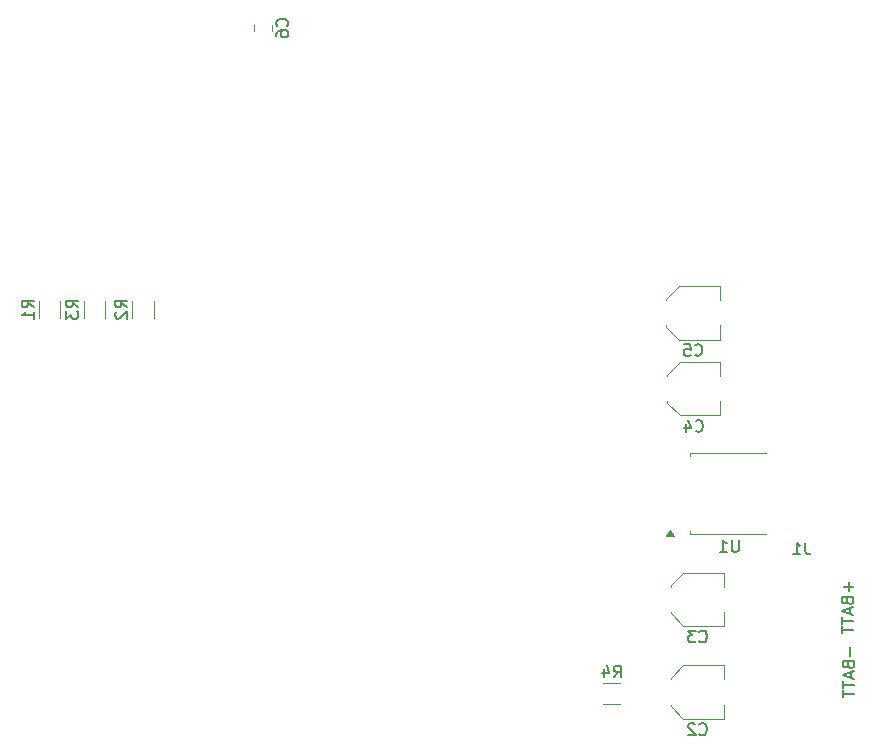
<source format=gbr>
%TF.GenerationSoftware,KiCad,Pcbnew,9.0.0*%
%TF.CreationDate,2025-07-11T11:02:08-04:00*%
%TF.ProjectId,jammerBT_v3,6a616d6d-6572-4425-945f-76332e6b6963,rev?*%
%TF.SameCoordinates,Original*%
%TF.FileFunction,Legend,Bot*%
%TF.FilePolarity,Positive*%
%FSLAX46Y46*%
G04 Gerber Fmt 4.6, Leading zero omitted, Abs format (unit mm)*
G04 Created by KiCad (PCBNEW 9.0.0) date 2025-07-11 11:02:08*
%MOMM*%
%LPD*%
G01*
G04 APERTURE LIST*
%ADD10C,0.200000*%
%ADD11C,0.150000*%
%ADD12C,0.120000*%
G04 APERTURE END LIST*
D10*
X224346266Y-119053571D02*
X224346266Y-119815476D01*
X224727219Y-119434523D02*
X223965314Y-119434523D01*
X224203409Y-120624999D02*
X224251028Y-120767856D01*
X224251028Y-120767856D02*
X224298647Y-120815475D01*
X224298647Y-120815475D02*
X224393885Y-120863094D01*
X224393885Y-120863094D02*
X224536742Y-120863094D01*
X224536742Y-120863094D02*
X224631980Y-120815475D01*
X224631980Y-120815475D02*
X224679600Y-120767856D01*
X224679600Y-120767856D02*
X224727219Y-120672618D01*
X224727219Y-120672618D02*
X224727219Y-120291666D01*
X224727219Y-120291666D02*
X223727219Y-120291666D01*
X223727219Y-120291666D02*
X223727219Y-120624999D01*
X223727219Y-120624999D02*
X223774838Y-120720237D01*
X223774838Y-120720237D02*
X223822457Y-120767856D01*
X223822457Y-120767856D02*
X223917695Y-120815475D01*
X223917695Y-120815475D02*
X224012933Y-120815475D01*
X224012933Y-120815475D02*
X224108171Y-120767856D01*
X224108171Y-120767856D02*
X224155790Y-120720237D01*
X224155790Y-120720237D02*
X224203409Y-120624999D01*
X224203409Y-120624999D02*
X224203409Y-120291666D01*
X224441504Y-121244047D02*
X224441504Y-121720237D01*
X224727219Y-121148809D02*
X223727219Y-121482142D01*
X223727219Y-121482142D02*
X224727219Y-121815475D01*
X223727219Y-122005952D02*
X223727219Y-122577380D01*
X224727219Y-122291666D02*
X223727219Y-122291666D01*
X223727219Y-122767857D02*
X223727219Y-123339285D01*
X224727219Y-123053571D02*
X223727219Y-123053571D01*
X224421266Y-124478571D02*
X224421266Y-125240476D01*
X224278409Y-126049999D02*
X224326028Y-126192856D01*
X224326028Y-126192856D02*
X224373647Y-126240475D01*
X224373647Y-126240475D02*
X224468885Y-126288094D01*
X224468885Y-126288094D02*
X224611742Y-126288094D01*
X224611742Y-126288094D02*
X224706980Y-126240475D01*
X224706980Y-126240475D02*
X224754600Y-126192856D01*
X224754600Y-126192856D02*
X224802219Y-126097618D01*
X224802219Y-126097618D02*
X224802219Y-125716666D01*
X224802219Y-125716666D02*
X223802219Y-125716666D01*
X223802219Y-125716666D02*
X223802219Y-126049999D01*
X223802219Y-126049999D02*
X223849838Y-126145237D01*
X223849838Y-126145237D02*
X223897457Y-126192856D01*
X223897457Y-126192856D02*
X223992695Y-126240475D01*
X223992695Y-126240475D02*
X224087933Y-126240475D01*
X224087933Y-126240475D02*
X224183171Y-126192856D01*
X224183171Y-126192856D02*
X224230790Y-126145237D01*
X224230790Y-126145237D02*
X224278409Y-126049999D01*
X224278409Y-126049999D02*
X224278409Y-125716666D01*
X224516504Y-126669047D02*
X224516504Y-127145237D01*
X224802219Y-126573809D02*
X223802219Y-126907142D01*
X223802219Y-126907142D02*
X224802219Y-127240475D01*
X223802219Y-127430952D02*
X223802219Y-128002380D01*
X224802219Y-127716666D02*
X223802219Y-127716666D01*
X223802219Y-128192857D02*
X223802219Y-128764285D01*
X224802219Y-128478571D02*
X223802219Y-128478571D01*
D11*
X163209819Y-95758333D02*
X162733628Y-95425000D01*
X163209819Y-95186905D02*
X162209819Y-95186905D01*
X162209819Y-95186905D02*
X162209819Y-95567857D01*
X162209819Y-95567857D02*
X162257438Y-95663095D01*
X162257438Y-95663095D02*
X162305057Y-95710714D01*
X162305057Y-95710714D02*
X162400295Y-95758333D01*
X162400295Y-95758333D02*
X162543152Y-95758333D01*
X162543152Y-95758333D02*
X162638390Y-95710714D01*
X162638390Y-95710714D02*
X162686009Y-95663095D01*
X162686009Y-95663095D02*
X162733628Y-95567857D01*
X162733628Y-95567857D02*
X162733628Y-95186905D01*
X162305057Y-96139286D02*
X162257438Y-96186905D01*
X162257438Y-96186905D02*
X162209819Y-96282143D01*
X162209819Y-96282143D02*
X162209819Y-96520238D01*
X162209819Y-96520238D02*
X162257438Y-96615476D01*
X162257438Y-96615476D02*
X162305057Y-96663095D01*
X162305057Y-96663095D02*
X162400295Y-96710714D01*
X162400295Y-96710714D02*
X162495533Y-96710714D01*
X162495533Y-96710714D02*
X162638390Y-96663095D01*
X162638390Y-96663095D02*
X163209819Y-96091667D01*
X163209819Y-96091667D02*
X163209819Y-96710714D01*
X211691666Y-131884580D02*
X211739285Y-131932200D01*
X211739285Y-131932200D02*
X211882142Y-131979819D01*
X211882142Y-131979819D02*
X211977380Y-131979819D01*
X211977380Y-131979819D02*
X212120237Y-131932200D01*
X212120237Y-131932200D02*
X212215475Y-131836961D01*
X212215475Y-131836961D02*
X212263094Y-131741723D01*
X212263094Y-131741723D02*
X212310713Y-131551247D01*
X212310713Y-131551247D02*
X212310713Y-131408390D01*
X212310713Y-131408390D02*
X212263094Y-131217914D01*
X212263094Y-131217914D02*
X212215475Y-131122676D01*
X212215475Y-131122676D02*
X212120237Y-131027438D01*
X212120237Y-131027438D02*
X211977380Y-130979819D01*
X211977380Y-130979819D02*
X211882142Y-130979819D01*
X211882142Y-130979819D02*
X211739285Y-131027438D01*
X211739285Y-131027438D02*
X211691666Y-131075057D01*
X211310713Y-131075057D02*
X211263094Y-131027438D01*
X211263094Y-131027438D02*
X211167856Y-130979819D01*
X211167856Y-130979819D02*
X210929761Y-130979819D01*
X210929761Y-130979819D02*
X210834523Y-131027438D01*
X210834523Y-131027438D02*
X210786904Y-131075057D01*
X210786904Y-131075057D02*
X210739285Y-131170295D01*
X210739285Y-131170295D02*
X210739285Y-131265533D01*
X210739285Y-131265533D02*
X210786904Y-131408390D01*
X210786904Y-131408390D02*
X211358332Y-131979819D01*
X211358332Y-131979819D02*
X210739285Y-131979819D01*
X155309819Y-95758333D02*
X154833628Y-95425000D01*
X155309819Y-95186905D02*
X154309819Y-95186905D01*
X154309819Y-95186905D02*
X154309819Y-95567857D01*
X154309819Y-95567857D02*
X154357438Y-95663095D01*
X154357438Y-95663095D02*
X154405057Y-95710714D01*
X154405057Y-95710714D02*
X154500295Y-95758333D01*
X154500295Y-95758333D02*
X154643152Y-95758333D01*
X154643152Y-95758333D02*
X154738390Y-95710714D01*
X154738390Y-95710714D02*
X154786009Y-95663095D01*
X154786009Y-95663095D02*
X154833628Y-95567857D01*
X154833628Y-95567857D02*
X154833628Y-95186905D01*
X155309819Y-96710714D02*
X155309819Y-96139286D01*
X155309819Y-96425000D02*
X154309819Y-96425000D01*
X154309819Y-96425000D02*
X154452676Y-96329762D01*
X154452676Y-96329762D02*
X154547914Y-96234524D01*
X154547914Y-96234524D02*
X154595533Y-96139286D01*
X176764580Y-71933333D02*
X176812200Y-71885714D01*
X176812200Y-71885714D02*
X176859819Y-71742857D01*
X176859819Y-71742857D02*
X176859819Y-71647619D01*
X176859819Y-71647619D02*
X176812200Y-71504762D01*
X176812200Y-71504762D02*
X176716961Y-71409524D01*
X176716961Y-71409524D02*
X176621723Y-71361905D01*
X176621723Y-71361905D02*
X176431247Y-71314286D01*
X176431247Y-71314286D02*
X176288390Y-71314286D01*
X176288390Y-71314286D02*
X176097914Y-71361905D01*
X176097914Y-71361905D02*
X176002676Y-71409524D01*
X176002676Y-71409524D02*
X175907438Y-71504762D01*
X175907438Y-71504762D02*
X175859819Y-71647619D01*
X175859819Y-71647619D02*
X175859819Y-71742857D01*
X175859819Y-71742857D02*
X175907438Y-71885714D01*
X175907438Y-71885714D02*
X175955057Y-71933333D01*
X175859819Y-72790476D02*
X175859819Y-72600000D01*
X175859819Y-72600000D02*
X175907438Y-72504762D01*
X175907438Y-72504762D02*
X175955057Y-72457143D01*
X175955057Y-72457143D02*
X176097914Y-72361905D01*
X176097914Y-72361905D02*
X176288390Y-72314286D01*
X176288390Y-72314286D02*
X176669342Y-72314286D01*
X176669342Y-72314286D02*
X176764580Y-72361905D01*
X176764580Y-72361905D02*
X176812200Y-72409524D01*
X176812200Y-72409524D02*
X176859819Y-72504762D01*
X176859819Y-72504762D02*
X176859819Y-72695238D01*
X176859819Y-72695238D02*
X176812200Y-72790476D01*
X176812200Y-72790476D02*
X176764580Y-72838095D01*
X176764580Y-72838095D02*
X176669342Y-72885714D01*
X176669342Y-72885714D02*
X176431247Y-72885714D01*
X176431247Y-72885714D02*
X176336009Y-72838095D01*
X176336009Y-72838095D02*
X176288390Y-72790476D01*
X176288390Y-72790476D02*
X176240771Y-72695238D01*
X176240771Y-72695238D02*
X176240771Y-72504762D01*
X176240771Y-72504762D02*
X176288390Y-72409524D01*
X176288390Y-72409524D02*
X176336009Y-72361905D01*
X176336009Y-72361905D02*
X176431247Y-72314286D01*
X159084819Y-95758333D02*
X158608628Y-95425000D01*
X159084819Y-95186905D02*
X158084819Y-95186905D01*
X158084819Y-95186905D02*
X158084819Y-95567857D01*
X158084819Y-95567857D02*
X158132438Y-95663095D01*
X158132438Y-95663095D02*
X158180057Y-95710714D01*
X158180057Y-95710714D02*
X158275295Y-95758333D01*
X158275295Y-95758333D02*
X158418152Y-95758333D01*
X158418152Y-95758333D02*
X158513390Y-95710714D01*
X158513390Y-95710714D02*
X158561009Y-95663095D01*
X158561009Y-95663095D02*
X158608628Y-95567857D01*
X158608628Y-95567857D02*
X158608628Y-95186905D01*
X158084819Y-96091667D02*
X158084819Y-96710714D01*
X158084819Y-96710714D02*
X158465771Y-96377381D01*
X158465771Y-96377381D02*
X158465771Y-96520238D01*
X158465771Y-96520238D02*
X158513390Y-96615476D01*
X158513390Y-96615476D02*
X158561009Y-96663095D01*
X158561009Y-96663095D02*
X158656247Y-96710714D01*
X158656247Y-96710714D02*
X158894342Y-96710714D01*
X158894342Y-96710714D02*
X158989580Y-96663095D01*
X158989580Y-96663095D02*
X159037200Y-96615476D01*
X159037200Y-96615476D02*
X159084819Y-96520238D01*
X159084819Y-96520238D02*
X159084819Y-96234524D01*
X159084819Y-96234524D02*
X159037200Y-96139286D01*
X159037200Y-96139286D02*
X158989580Y-96091667D01*
X211316666Y-99784580D02*
X211364285Y-99832200D01*
X211364285Y-99832200D02*
X211507142Y-99879819D01*
X211507142Y-99879819D02*
X211602380Y-99879819D01*
X211602380Y-99879819D02*
X211745237Y-99832200D01*
X211745237Y-99832200D02*
X211840475Y-99736961D01*
X211840475Y-99736961D02*
X211888094Y-99641723D01*
X211888094Y-99641723D02*
X211935713Y-99451247D01*
X211935713Y-99451247D02*
X211935713Y-99308390D01*
X211935713Y-99308390D02*
X211888094Y-99117914D01*
X211888094Y-99117914D02*
X211840475Y-99022676D01*
X211840475Y-99022676D02*
X211745237Y-98927438D01*
X211745237Y-98927438D02*
X211602380Y-98879819D01*
X211602380Y-98879819D02*
X211507142Y-98879819D01*
X211507142Y-98879819D02*
X211364285Y-98927438D01*
X211364285Y-98927438D02*
X211316666Y-98975057D01*
X210411904Y-98879819D02*
X210888094Y-98879819D01*
X210888094Y-98879819D02*
X210935713Y-99356009D01*
X210935713Y-99356009D02*
X210888094Y-99308390D01*
X210888094Y-99308390D02*
X210792856Y-99260771D01*
X210792856Y-99260771D02*
X210554761Y-99260771D01*
X210554761Y-99260771D02*
X210459523Y-99308390D01*
X210459523Y-99308390D02*
X210411904Y-99356009D01*
X210411904Y-99356009D02*
X210364285Y-99451247D01*
X210364285Y-99451247D02*
X210364285Y-99689342D01*
X210364285Y-99689342D02*
X210411904Y-99784580D01*
X210411904Y-99784580D02*
X210459523Y-99832200D01*
X210459523Y-99832200D02*
X210554761Y-99879819D01*
X210554761Y-99879819D02*
X210792856Y-99879819D01*
X210792856Y-99879819D02*
X210888094Y-99832200D01*
X210888094Y-99832200D02*
X210935713Y-99784580D01*
X214996904Y-115457319D02*
X214996904Y-116266842D01*
X214996904Y-116266842D02*
X214949285Y-116362080D01*
X214949285Y-116362080D02*
X214901666Y-116409700D01*
X214901666Y-116409700D02*
X214806428Y-116457319D01*
X214806428Y-116457319D02*
X214615952Y-116457319D01*
X214615952Y-116457319D02*
X214520714Y-116409700D01*
X214520714Y-116409700D02*
X214473095Y-116362080D01*
X214473095Y-116362080D02*
X214425476Y-116266842D01*
X214425476Y-116266842D02*
X214425476Y-115457319D01*
X213425476Y-116457319D02*
X213996904Y-116457319D01*
X213711190Y-116457319D02*
X213711190Y-115457319D01*
X213711190Y-115457319D02*
X213806428Y-115600176D01*
X213806428Y-115600176D02*
X213901666Y-115695414D01*
X213901666Y-115695414D02*
X213996904Y-115743033D01*
X211366666Y-106209580D02*
X211414285Y-106257200D01*
X211414285Y-106257200D02*
X211557142Y-106304819D01*
X211557142Y-106304819D02*
X211652380Y-106304819D01*
X211652380Y-106304819D02*
X211795237Y-106257200D01*
X211795237Y-106257200D02*
X211890475Y-106161961D01*
X211890475Y-106161961D02*
X211938094Y-106066723D01*
X211938094Y-106066723D02*
X211985713Y-105876247D01*
X211985713Y-105876247D02*
X211985713Y-105733390D01*
X211985713Y-105733390D02*
X211938094Y-105542914D01*
X211938094Y-105542914D02*
X211890475Y-105447676D01*
X211890475Y-105447676D02*
X211795237Y-105352438D01*
X211795237Y-105352438D02*
X211652380Y-105304819D01*
X211652380Y-105304819D02*
X211557142Y-105304819D01*
X211557142Y-105304819D02*
X211414285Y-105352438D01*
X211414285Y-105352438D02*
X211366666Y-105400057D01*
X210509523Y-105638152D02*
X210509523Y-106304819D01*
X210747618Y-105257200D02*
X210985713Y-105971485D01*
X210985713Y-105971485D02*
X210366666Y-105971485D01*
X204441666Y-127084819D02*
X204774999Y-126608628D01*
X205013094Y-127084819D02*
X205013094Y-126084819D01*
X205013094Y-126084819D02*
X204632142Y-126084819D01*
X204632142Y-126084819D02*
X204536904Y-126132438D01*
X204536904Y-126132438D02*
X204489285Y-126180057D01*
X204489285Y-126180057D02*
X204441666Y-126275295D01*
X204441666Y-126275295D02*
X204441666Y-126418152D01*
X204441666Y-126418152D02*
X204489285Y-126513390D01*
X204489285Y-126513390D02*
X204536904Y-126561009D01*
X204536904Y-126561009D02*
X204632142Y-126608628D01*
X204632142Y-126608628D02*
X205013094Y-126608628D01*
X203584523Y-126418152D02*
X203584523Y-127084819D01*
X203822618Y-126037200D02*
X204060713Y-126751485D01*
X204060713Y-126751485D02*
X203441666Y-126751485D01*
X211691666Y-124034580D02*
X211739285Y-124082200D01*
X211739285Y-124082200D02*
X211882142Y-124129819D01*
X211882142Y-124129819D02*
X211977380Y-124129819D01*
X211977380Y-124129819D02*
X212120237Y-124082200D01*
X212120237Y-124082200D02*
X212215475Y-123986961D01*
X212215475Y-123986961D02*
X212263094Y-123891723D01*
X212263094Y-123891723D02*
X212310713Y-123701247D01*
X212310713Y-123701247D02*
X212310713Y-123558390D01*
X212310713Y-123558390D02*
X212263094Y-123367914D01*
X212263094Y-123367914D02*
X212215475Y-123272676D01*
X212215475Y-123272676D02*
X212120237Y-123177438D01*
X212120237Y-123177438D02*
X211977380Y-123129819D01*
X211977380Y-123129819D02*
X211882142Y-123129819D01*
X211882142Y-123129819D02*
X211739285Y-123177438D01*
X211739285Y-123177438D02*
X211691666Y-123225057D01*
X211358332Y-123129819D02*
X210739285Y-123129819D01*
X210739285Y-123129819D02*
X211072618Y-123510771D01*
X211072618Y-123510771D02*
X210929761Y-123510771D01*
X210929761Y-123510771D02*
X210834523Y-123558390D01*
X210834523Y-123558390D02*
X210786904Y-123606009D01*
X210786904Y-123606009D02*
X210739285Y-123701247D01*
X210739285Y-123701247D02*
X210739285Y-123939342D01*
X210739285Y-123939342D02*
X210786904Y-124034580D01*
X210786904Y-124034580D02*
X210834523Y-124082200D01*
X210834523Y-124082200D02*
X210929761Y-124129819D01*
X210929761Y-124129819D02*
X211215475Y-124129819D01*
X211215475Y-124129819D02*
X211310713Y-124082200D01*
X211310713Y-124082200D02*
X211358332Y-124034580D01*
X220633333Y-115671069D02*
X220633333Y-116385354D01*
X220633333Y-116385354D02*
X220680952Y-116528211D01*
X220680952Y-116528211D02*
X220776190Y-116623450D01*
X220776190Y-116623450D02*
X220919047Y-116671069D01*
X220919047Y-116671069D02*
X221014285Y-116671069D01*
X219633333Y-116671069D02*
X220204761Y-116671069D01*
X219919047Y-116671069D02*
X219919047Y-115671069D01*
X219919047Y-115671069D02*
X220014285Y-115813926D01*
X220014285Y-115813926D02*
X220109523Y-115909164D01*
X220109523Y-115909164D02*
X220204761Y-115956783D01*
D12*
%TO.C,R2*%
X163665000Y-95197936D02*
X163665000Y-96652064D01*
X165485000Y-95197936D02*
X165485000Y-96652064D01*
%TO.C,C2*%
X209265000Y-127129437D02*
X209265000Y-127265000D01*
X209265000Y-127129437D02*
X210329437Y-126065000D01*
X209265000Y-129520563D02*
X209265000Y-129385000D01*
X209265000Y-129520563D02*
X210329437Y-130585000D01*
X210329437Y-126065000D02*
X213785000Y-126065000D01*
X210329437Y-130585000D02*
X213785000Y-130585000D01*
X213785000Y-126065000D02*
X213785000Y-127265000D01*
X213785000Y-130585000D02*
X213785000Y-129385000D01*
%TO.C,R1*%
X155765000Y-95197936D02*
X155765000Y-96652064D01*
X157585000Y-95197936D02*
X157585000Y-96652064D01*
%TO.C,C6*%
X173990000Y-72361252D02*
X173990000Y-71838748D01*
X175460000Y-72361252D02*
X175460000Y-71838748D01*
%TO.C,R3*%
X159540000Y-95197936D02*
X159540000Y-96652064D01*
X161360000Y-95197936D02*
X161360000Y-96652064D01*
%TO.C,C5*%
X208890000Y-95029437D02*
X208890000Y-95165000D01*
X208890000Y-95029437D02*
X209954437Y-93965000D01*
X208890000Y-97420563D02*
X208890000Y-97285000D01*
X208890000Y-97420563D02*
X209954437Y-98485000D01*
X209954437Y-93965000D02*
X213410000Y-93965000D01*
X209954437Y-98485000D02*
X213410000Y-98485000D01*
X213410000Y-93965000D02*
X213410000Y-95165000D01*
X213410000Y-98485000D02*
X213410000Y-97285000D01*
%TO.C,U1*%
X210925000Y-108052500D02*
X210925000Y-108322500D01*
X210925000Y-114952500D02*
X210925000Y-114682500D01*
X217345000Y-108052500D02*
X210925000Y-108052500D01*
X217345000Y-114952500D02*
X210925000Y-114952500D01*
X209535000Y-115112500D02*
X208855000Y-115112500D01*
X209195000Y-114642500D01*
X209535000Y-115112500D01*
G36*
X209535000Y-115112500D02*
G01*
X208855000Y-115112500D01*
X209195000Y-114642500D01*
X209535000Y-115112500D01*
G37*
%TO.C,C4*%
X208940000Y-101454437D02*
X208940000Y-101590000D01*
X208940000Y-101454437D02*
X210004437Y-100390000D01*
X208940000Y-103845563D02*
X208940000Y-103710000D01*
X208940000Y-103845563D02*
X210004437Y-104910000D01*
X210004437Y-100390000D02*
X213460000Y-100390000D01*
X210004437Y-104910000D02*
X213460000Y-104910000D01*
X213460000Y-100390000D02*
X213460000Y-101590000D01*
X213460000Y-104910000D02*
X213460000Y-103710000D01*
%TO.C,R4*%
X205002064Y-127540000D02*
X203547936Y-127540000D01*
X205002064Y-129360000D02*
X203547936Y-129360000D01*
%TO.C,C3*%
X209265000Y-119279437D02*
X209265000Y-119415000D01*
X209265000Y-119279437D02*
X210329437Y-118215000D01*
X209265000Y-121670563D02*
X209265000Y-121535000D01*
X209265000Y-121670563D02*
X210329437Y-122735000D01*
X210329437Y-118215000D02*
X213785000Y-118215000D01*
X210329437Y-122735000D02*
X213785000Y-122735000D01*
X213785000Y-118215000D02*
X213785000Y-119415000D01*
X213785000Y-122735000D02*
X213785000Y-121535000D01*
%TD*%
M02*

</source>
